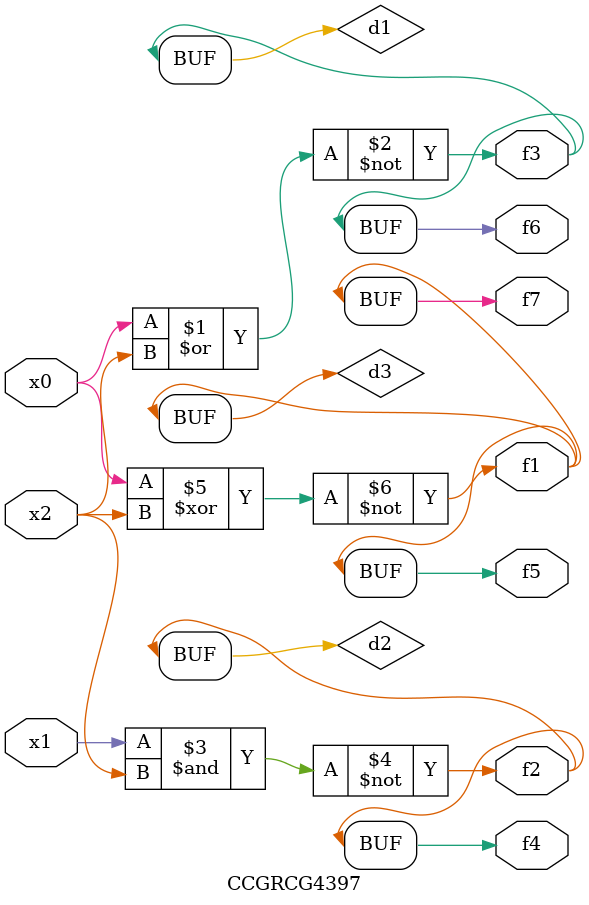
<source format=v>
module CCGRCG4397(
	input x0, x1, x2,
	output f1, f2, f3, f4, f5, f6, f7
);

	wire d1, d2, d3;

	nor (d1, x0, x2);
	nand (d2, x1, x2);
	xnor (d3, x0, x2);
	assign f1 = d3;
	assign f2 = d2;
	assign f3 = d1;
	assign f4 = d2;
	assign f5 = d3;
	assign f6 = d1;
	assign f7 = d3;
endmodule

</source>
